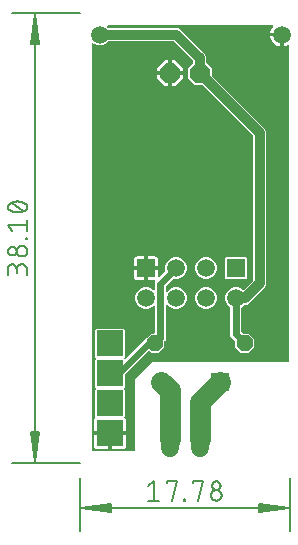
<source format=gbr>
G04 EAGLE Gerber RS-274X export*
G75*
%MOMM*%
%FSLAX34Y34*%
%LPD*%
%INTop Copper*%
%IPPOS*%
%AMOC8*
5,1,8,0,0,1.08239X$1,22.5*%
G01*
%ADD10C,0.130000*%
%ADD11C,0.152400*%
%ADD12R,1.508000X1.508000*%
%ADD13C,1.508000*%
%ADD14P,1.429621X8X22.500000*%
%ADD15R,2.184400X2.184400*%
%ADD16P,1.814519X8X202.500000*%
%ADD17C,1.524000*%
%ADD18C,0.609600*%
%ADD19C,0.812800*%
%ADD20C,1.778000*%

G36*
X45740Y10164D02*
X45740Y10164D01*
X45759Y10162D01*
X45861Y10184D01*
X45963Y10200D01*
X45980Y10210D01*
X46000Y10214D01*
X46089Y10267D01*
X46180Y10316D01*
X46194Y10330D01*
X46211Y10340D01*
X46278Y10419D01*
X46350Y10494D01*
X46358Y10512D01*
X46371Y10527D01*
X46410Y10623D01*
X46453Y10717D01*
X46455Y10737D01*
X46463Y10755D01*
X46481Y10922D01*
X46481Y70805D01*
X61275Y85599D01*
X176278Y85599D01*
X176298Y85602D01*
X176317Y85600D01*
X176419Y85622D01*
X176521Y85639D01*
X176538Y85648D01*
X176558Y85652D01*
X176647Y85705D01*
X176738Y85754D01*
X176752Y85768D01*
X176769Y85778D01*
X176836Y85857D01*
X176908Y85932D01*
X176916Y85950D01*
X176929Y85965D01*
X176968Y86061D01*
X177011Y86155D01*
X177013Y86175D01*
X177021Y86193D01*
X177039Y86360D01*
X177039Y353431D01*
X177027Y353506D01*
X177024Y353581D01*
X177007Y353627D01*
X177000Y353674D01*
X176964Y353741D01*
X176937Y353812D01*
X176907Y353849D01*
X176884Y353891D01*
X176830Y353943D01*
X176782Y354002D01*
X176741Y354028D01*
X176706Y354061D01*
X176637Y354093D01*
X176573Y354133D01*
X176527Y354144D01*
X176483Y354164D01*
X176408Y354173D01*
X176334Y354190D01*
X176286Y354186D01*
X176239Y354191D01*
X176165Y354175D01*
X176089Y354169D01*
X176029Y354146D01*
X175998Y354139D01*
X175976Y354126D01*
X175932Y354110D01*
X174850Y353558D01*
X173341Y353067D01*
X172503Y352935D01*
X172503Y362138D01*
X172500Y362158D01*
X172502Y362177D01*
X172480Y362279D01*
X172463Y362381D01*
X172454Y362398D01*
X172450Y362418D01*
X172397Y362507D01*
X172348Y362598D01*
X172334Y362612D01*
X172324Y362629D01*
X172245Y362696D01*
X172170Y362767D01*
X172152Y362776D01*
X172137Y362789D01*
X172041Y362827D01*
X171947Y362871D01*
X171927Y362873D01*
X171909Y362881D01*
X171742Y362899D01*
X170979Y362899D01*
X170979Y363662D01*
X170976Y363682D01*
X170978Y363701D01*
X170956Y363803D01*
X170939Y363905D01*
X170930Y363922D01*
X170926Y363942D01*
X170873Y364031D01*
X170824Y364122D01*
X170810Y364136D01*
X170800Y364153D01*
X170721Y364220D01*
X170646Y364291D01*
X170628Y364300D01*
X170613Y364313D01*
X170517Y364352D01*
X170423Y364395D01*
X170403Y364397D01*
X170385Y364405D01*
X170218Y364423D01*
X161015Y364423D01*
X161147Y365261D01*
X161638Y366770D01*
X162358Y368183D01*
X163326Y369516D01*
X163331Y369525D01*
X163355Y369550D01*
X163376Y369597D01*
X163407Y369639D01*
X163428Y369708D01*
X163458Y369773D01*
X163464Y369824D01*
X163479Y369874D01*
X163477Y369946D01*
X163485Y370017D01*
X163474Y370068D01*
X163473Y370120D01*
X163448Y370187D01*
X163433Y370258D01*
X163407Y370302D01*
X163389Y370351D01*
X163344Y370407D01*
X163307Y370469D01*
X163268Y370503D01*
X163235Y370543D01*
X163175Y370582D01*
X163120Y370629D01*
X163072Y370648D01*
X163029Y370676D01*
X162959Y370694D01*
X162892Y370721D01*
X162821Y370729D01*
X162790Y370736D01*
X162767Y370735D01*
X162725Y370739D01*
X23798Y370739D01*
X23727Y370728D01*
X23656Y370726D01*
X23607Y370708D01*
X23555Y370700D01*
X23492Y370666D01*
X23425Y370641D01*
X23384Y370609D01*
X23338Y370584D01*
X23289Y370532D01*
X23233Y370488D01*
X23204Y370444D01*
X23169Y370406D01*
X23138Y370341D01*
X23100Y370281D01*
X23087Y370230D01*
X23065Y370183D01*
X23057Y370112D01*
X23039Y370042D01*
X23044Y369990D01*
X23038Y369939D01*
X23053Y369868D01*
X23059Y369797D01*
X23079Y369749D01*
X23090Y369698D01*
X23127Y369637D01*
X23155Y369571D01*
X23200Y369515D01*
X23216Y369487D01*
X23234Y369472D01*
X23260Y369440D01*
X23988Y368712D01*
X24062Y368659D01*
X24131Y368599D01*
X24161Y368587D01*
X24188Y368568D01*
X24275Y368541D01*
X24359Y368507D01*
X24400Y368503D01*
X24423Y368496D01*
X24455Y368497D01*
X24526Y368489D01*
X82712Y368489D01*
X84766Y367638D01*
X106338Y346066D01*
X107189Y344012D01*
X107189Y338937D01*
X107203Y338847D01*
X107211Y338756D01*
X107223Y338726D01*
X107228Y338694D01*
X107271Y338613D01*
X107307Y338530D01*
X107333Y338497D01*
X107344Y338477D01*
X107367Y338455D01*
X107412Y338399D01*
X111507Y334304D01*
X111507Y328512D01*
X111521Y328422D01*
X111529Y328331D01*
X111541Y328301D01*
X111546Y328269D01*
X111589Y328189D01*
X111625Y328105D01*
X111651Y328073D01*
X111662Y328052D01*
X111685Y328030D01*
X111730Y327974D01*
X155459Y284245D01*
X157138Y282566D01*
X157989Y280512D01*
X157989Y151288D01*
X157138Y149234D01*
X142866Y134962D01*
X140812Y134111D01*
X139626Y134111D01*
X139536Y134097D01*
X139445Y134089D01*
X139415Y134077D01*
X139383Y134072D01*
X139303Y134029D01*
X139219Y133993D01*
X139187Y133967D01*
X139166Y133956D01*
X139144Y133933D01*
X139088Y133888D01*
X137215Y132015D01*
X137123Y131977D01*
X137023Y131915D01*
X136923Y131856D01*
X136919Y131851D01*
X136914Y131848D01*
X136839Y131757D01*
X136763Y131669D01*
X136761Y131663D01*
X136757Y131658D01*
X136715Y131550D01*
X136671Y131441D01*
X136670Y131433D01*
X136669Y131428D01*
X136668Y131410D01*
X136653Y131274D01*
X136653Y111429D01*
X136667Y111340D01*
X136675Y111248D01*
X136687Y111219D01*
X136692Y111187D01*
X136735Y111106D01*
X136771Y111022D01*
X136797Y110990D01*
X136808Y110969D01*
X136831Y110947D01*
X136851Y110922D01*
X136855Y110916D01*
X136858Y110913D01*
X136876Y110891D01*
X137815Y109952D01*
X137889Y109899D01*
X137959Y109839D01*
X137989Y109827D01*
X138015Y109808D01*
X138102Y109781D01*
X138187Y109747D01*
X138228Y109743D01*
X138250Y109736D01*
X138282Y109737D01*
X138353Y109729D01*
X143067Y109729D01*
X147829Y104967D01*
X147829Y98233D01*
X143067Y93471D01*
X136333Y93471D01*
X131571Y98233D01*
X131571Y102947D01*
X131557Y103037D01*
X131549Y103128D01*
X131537Y103157D01*
X131532Y103189D01*
X131489Y103270D01*
X131453Y103354D01*
X131427Y103386D01*
X131416Y103407D01*
X131393Y103429D01*
X131348Y103485D01*
X130409Y104424D01*
X127507Y107326D01*
X127507Y131274D01*
X127488Y131389D01*
X127471Y131505D01*
X127469Y131510D01*
X127468Y131517D01*
X127413Y131619D01*
X127360Y131724D01*
X127355Y131728D01*
X127352Y131734D01*
X127268Y131814D01*
X127184Y131896D01*
X127178Y131900D01*
X127174Y131903D01*
X127157Y131911D01*
X127037Y131977D01*
X126945Y132015D01*
X124395Y134565D01*
X123015Y137897D01*
X123015Y141503D01*
X124395Y144835D01*
X126945Y147385D01*
X130277Y148765D01*
X133883Y148765D01*
X137215Y147385D01*
X137810Y146790D01*
X137826Y146778D01*
X137838Y146763D01*
X137926Y146707D01*
X138009Y146646D01*
X138028Y146640D01*
X138045Y146630D01*
X138146Y146604D01*
X138244Y146574D01*
X138264Y146574D01*
X138284Y146570D01*
X138387Y146578D01*
X138490Y146580D01*
X138509Y146587D01*
X138529Y146589D01*
X138624Y146629D01*
X138721Y146665D01*
X138737Y146677D01*
X138755Y146685D01*
X138886Y146790D01*
X146588Y154492D01*
X146641Y154566D01*
X146701Y154635D01*
X146713Y154666D01*
X146732Y154692D01*
X146759Y154779D01*
X146793Y154864D01*
X146797Y154904D01*
X146804Y154927D01*
X146803Y154959D01*
X146811Y155030D01*
X146811Y276770D01*
X146797Y276860D01*
X146789Y276951D01*
X146777Y276981D01*
X146772Y277012D01*
X146729Y277093D01*
X146693Y277177D01*
X146667Y277209D01*
X146656Y277230D01*
X146633Y277252D01*
X146588Y277308D01*
X103826Y320070D01*
X103752Y320123D01*
X103683Y320183D01*
X103652Y320195D01*
X103626Y320214D01*
X103539Y320241D01*
X103454Y320275D01*
X103414Y320279D01*
X103391Y320286D01*
X103359Y320285D01*
X103288Y320293D01*
X97496Y320293D01*
X91693Y326096D01*
X91693Y334304D01*
X95788Y338399D01*
X95841Y338472D01*
X95901Y338542D01*
X95913Y338572D01*
X95932Y338598D01*
X95959Y338685D01*
X95993Y338770D01*
X95997Y338811D01*
X96004Y338833D01*
X96003Y338866D01*
X96011Y338937D01*
X96011Y340270D01*
X95997Y340360D01*
X95989Y340451D01*
X95977Y340481D01*
X95972Y340512D01*
X95929Y340593D01*
X95893Y340677D01*
X95867Y340709D01*
X95856Y340730D01*
X95833Y340752D01*
X95788Y340808D01*
X79508Y357088D01*
X79434Y357141D01*
X79365Y357201D01*
X79334Y357213D01*
X79308Y357232D01*
X79221Y357259D01*
X79136Y357293D01*
X79096Y357297D01*
X79073Y357304D01*
X79041Y357303D01*
X78970Y357311D01*
X24526Y357311D01*
X24436Y357297D01*
X24345Y357289D01*
X24315Y357277D01*
X24283Y357272D01*
X24203Y357229D01*
X24119Y357193D01*
X24087Y357167D01*
X24066Y357156D01*
X24048Y357137D01*
X24045Y357136D01*
X24039Y357130D01*
X23988Y357088D01*
X22115Y355215D01*
X18783Y353835D01*
X15177Y353835D01*
X11845Y355215D01*
X11460Y355600D01*
X11402Y355642D01*
X11350Y355691D01*
X11303Y355713D01*
X11261Y355744D01*
X11192Y355765D01*
X11127Y355795D01*
X11075Y355801D01*
X11025Y355816D01*
X10954Y355814D01*
X10883Y355822D01*
X10832Y355811D01*
X10780Y355810D01*
X10712Y355785D01*
X10642Y355770D01*
X10597Y355743D01*
X10549Y355725D01*
X10493Y355681D01*
X10431Y355644D01*
X10397Y355604D01*
X10357Y355572D01*
X10318Y355511D01*
X10271Y355457D01*
X10252Y355408D01*
X10224Y355365D01*
X10206Y355295D01*
X10179Y355229D01*
X10171Y355157D01*
X10163Y355126D01*
X10165Y355103D01*
X10161Y355062D01*
X10161Y10922D01*
X10164Y10902D01*
X10162Y10883D01*
X10184Y10781D01*
X10200Y10679D01*
X10210Y10662D01*
X10214Y10642D01*
X10267Y10553D01*
X10316Y10462D01*
X10330Y10448D01*
X10340Y10431D01*
X10419Y10364D01*
X10494Y10292D01*
X10512Y10284D01*
X10527Y10271D01*
X10623Y10232D01*
X10717Y10189D01*
X10737Y10187D01*
X10755Y10179D01*
X10922Y10161D01*
X45720Y10161D01*
X45740Y10164D01*
G37*
%LPC*%
G36*
X25399Y25399D02*
X25399Y25399D01*
X25399Y26162D01*
X25397Y26176D01*
X25398Y26186D01*
X25397Y26192D01*
X25398Y26201D01*
X25376Y26303D01*
X25359Y26405D01*
X25350Y26422D01*
X25346Y26442D01*
X25293Y26531D01*
X25244Y26622D01*
X25230Y26636D01*
X25220Y26653D01*
X25141Y26720D01*
X25066Y26791D01*
X25048Y26800D01*
X25033Y26813D01*
X24937Y26852D01*
X24843Y26895D01*
X24823Y26897D01*
X24805Y26905D01*
X24638Y26923D01*
X11937Y26923D01*
X11937Y36656D01*
X12110Y37303D01*
X12445Y37882D01*
X12843Y38280D01*
X12855Y38296D01*
X12870Y38309D01*
X12926Y38396D01*
X12987Y38480D01*
X12992Y38499D01*
X13003Y38516D01*
X13028Y38616D01*
X13059Y38715D01*
X13058Y38735D01*
X13063Y38754D01*
X13055Y38857D01*
X13053Y38961D01*
X13046Y38980D01*
X13044Y39000D01*
X13004Y39095D01*
X12968Y39192D01*
X12956Y39207D01*
X12953Y39213D01*
X12953Y62354D01*
X13561Y62962D01*
X13573Y62978D01*
X13589Y62990D01*
X13645Y63078D01*
X13705Y63161D01*
X13711Y63180D01*
X13722Y63197D01*
X13747Y63298D01*
X13777Y63397D01*
X13777Y63416D01*
X13782Y63436D01*
X13774Y63539D01*
X13771Y63642D01*
X13764Y63661D01*
X13763Y63681D01*
X13722Y63776D01*
X13687Y63873D01*
X13674Y63889D01*
X13666Y63907D01*
X13561Y64038D01*
X12953Y64646D01*
X12953Y87754D01*
X13561Y88362D01*
X13573Y88378D01*
X13589Y88390D01*
X13645Y88478D01*
X13705Y88561D01*
X13711Y88580D01*
X13722Y88597D01*
X13747Y88698D01*
X13777Y88797D01*
X13777Y88816D01*
X13782Y88836D01*
X13774Y88939D01*
X13771Y89042D01*
X13764Y89061D01*
X13763Y89081D01*
X13722Y89176D01*
X13687Y89273D01*
X13674Y89289D01*
X13666Y89307D01*
X13561Y89438D01*
X12953Y90046D01*
X12953Y113154D01*
X13846Y114047D01*
X36954Y114047D01*
X37847Y113154D01*
X37847Y90046D01*
X37239Y89438D01*
X37227Y89422D01*
X37211Y89410D01*
X37155Y89323D01*
X37095Y89239D01*
X37089Y89220D01*
X37078Y89203D01*
X37053Y89102D01*
X37023Y89003D01*
X37023Y88984D01*
X37018Y88964D01*
X37026Y88861D01*
X37029Y88758D01*
X37036Y88739D01*
X37037Y88719D01*
X37078Y88624D01*
X37113Y88527D01*
X37126Y88511D01*
X37134Y88493D01*
X37239Y88362D01*
X37438Y88162D01*
X37455Y88150D01*
X37467Y88135D01*
X37554Y88079D01*
X37638Y88018D01*
X37657Y88012D01*
X37674Y88002D01*
X37774Y87976D01*
X37873Y87946D01*
X37893Y87946D01*
X37913Y87942D01*
X38016Y87950D01*
X38119Y87952D01*
X38138Y87959D01*
X38158Y87961D01*
X38253Y88001D01*
X38350Y88037D01*
X38366Y88049D01*
X38384Y88057D01*
X38515Y88162D01*
X53624Y103271D01*
X56626Y106272D01*
X56669Y106291D01*
X56701Y106317D01*
X56722Y106328D01*
X56744Y106351D01*
X56800Y106396D01*
X60133Y109729D01*
X62658Y109729D01*
X62678Y109732D01*
X62697Y109730D01*
X62799Y109752D01*
X62901Y109768D01*
X62918Y109778D01*
X62938Y109782D01*
X63027Y109835D01*
X63118Y109884D01*
X63132Y109898D01*
X63149Y109908D01*
X63216Y109987D01*
X63288Y110062D01*
X63296Y110080D01*
X63309Y110095D01*
X63348Y110191D01*
X63391Y110285D01*
X63393Y110305D01*
X63401Y110323D01*
X63419Y110490D01*
X63419Y132582D01*
X63408Y132653D01*
X63406Y132724D01*
X63388Y132773D01*
X63380Y132825D01*
X63346Y132888D01*
X63321Y132955D01*
X63289Y132996D01*
X63264Y133042D01*
X63212Y133091D01*
X63168Y133147D01*
X63124Y133176D01*
X63086Y133211D01*
X63021Y133242D01*
X62961Y133280D01*
X62910Y133293D01*
X62863Y133315D01*
X62792Y133323D01*
X62722Y133341D01*
X62670Y133336D01*
X62619Y133342D01*
X62548Y133327D01*
X62477Y133321D01*
X62429Y133301D01*
X62378Y133290D01*
X62317Y133253D01*
X62251Y133225D01*
X62195Y133180D01*
X62167Y133164D01*
X62152Y133146D01*
X62120Y133120D01*
X61015Y132015D01*
X57683Y130635D01*
X54077Y130635D01*
X50745Y132015D01*
X48195Y134565D01*
X46815Y137897D01*
X46815Y141503D01*
X48195Y144835D01*
X50745Y147385D01*
X54077Y148765D01*
X57683Y148765D01*
X61015Y147385D01*
X62120Y146280D01*
X62178Y146238D01*
X62230Y146189D01*
X62277Y146167D01*
X62319Y146136D01*
X62388Y146115D01*
X62453Y146085D01*
X62505Y146079D01*
X62555Y146064D01*
X62626Y146066D01*
X62697Y146058D01*
X62748Y146069D01*
X62800Y146070D01*
X62868Y146095D01*
X62938Y146110D01*
X62983Y146137D01*
X63031Y146155D01*
X63087Y146200D01*
X63149Y146236D01*
X63183Y146276D01*
X63223Y146308D01*
X63262Y146369D01*
X63309Y146423D01*
X63328Y146471D01*
X63356Y146515D01*
X63374Y146585D01*
X63401Y146651D01*
X63409Y146723D01*
X63417Y146754D01*
X63415Y146777D01*
X63419Y146818D01*
X63419Y153706D01*
X63433Y153720D01*
X63475Y153778D01*
X63524Y153830D01*
X63546Y153877D01*
X63576Y153919D01*
X63598Y153988D01*
X63628Y154053D01*
X63633Y154105D01*
X63649Y154155D01*
X63647Y154226D01*
X63655Y154297D01*
X63644Y154348D01*
X63642Y154400D01*
X63618Y154468D01*
X63603Y154538D01*
X63576Y154583D01*
X63558Y154631D01*
X63513Y154687D01*
X63476Y154749D01*
X63437Y154783D01*
X63404Y154823D01*
X63344Y154862D01*
X63290Y154909D01*
X63241Y154928D01*
X63197Y154956D01*
X63128Y154974D01*
X63061Y155001D01*
X62990Y155009D01*
X62959Y155017D01*
X62936Y155015D01*
X62895Y155019D01*
X57403Y155019D01*
X57403Y163577D01*
X65961Y163577D01*
X65961Y158085D01*
X65972Y158015D01*
X65974Y157943D01*
X65992Y157894D01*
X66000Y157843D01*
X66034Y157779D01*
X66059Y157712D01*
X66091Y157671D01*
X66116Y157625D01*
X66168Y157576D01*
X66212Y157520D01*
X66256Y157492D01*
X66294Y157456D01*
X66359Y157426D01*
X66419Y157387D01*
X66470Y157374D01*
X66517Y157352D01*
X66588Y157344D01*
X66658Y157327D01*
X66710Y157331D01*
X66761Y157325D01*
X66832Y157340D01*
X66903Y157346D01*
X66951Y157366D01*
X67002Y157377D01*
X67063Y157414D01*
X67129Y157442D01*
X67185Y157487D01*
X67213Y157504D01*
X67228Y157521D01*
X67260Y157547D01*
X72088Y162375D01*
X72157Y162470D01*
X72226Y162564D01*
X72228Y162570D01*
X72232Y162575D01*
X72267Y162687D01*
X72303Y162798D01*
X72302Y162804D01*
X72304Y162810D01*
X72301Y162927D01*
X72300Y163044D01*
X72298Y163051D01*
X72298Y163056D01*
X72292Y163073D01*
X72253Y163205D01*
X72215Y163297D01*
X72215Y166903D01*
X73595Y170235D01*
X76145Y172785D01*
X79477Y174165D01*
X83083Y174165D01*
X86415Y172785D01*
X88965Y170235D01*
X90345Y166903D01*
X90345Y163297D01*
X88965Y159965D01*
X86415Y157415D01*
X83083Y156035D01*
X79477Y156035D01*
X79385Y156073D01*
X79272Y156100D01*
X79158Y156129D01*
X79151Y156128D01*
X79145Y156130D01*
X79029Y156119D01*
X78913Y156110D01*
X78907Y156107D01*
X78901Y156106D01*
X78793Y156058D01*
X78686Y156013D01*
X78680Y156009D01*
X78676Y156007D01*
X78662Y155994D01*
X78555Y155908D01*
X72788Y150141D01*
X72735Y150067D01*
X72675Y149997D01*
X72663Y149967D01*
X72644Y149941D01*
X72617Y149854D01*
X72583Y149769D01*
X72579Y149728D01*
X72572Y149706D01*
X72573Y149674D01*
X72565Y149603D01*
X72565Y145642D01*
X72567Y145631D01*
X72566Y145624D01*
X72574Y145587D01*
X72576Y145571D01*
X72578Y145500D01*
X72596Y145451D01*
X72604Y145399D01*
X72638Y145336D01*
X72663Y145269D01*
X72695Y145228D01*
X72720Y145182D01*
X72772Y145133D01*
X72816Y145077D01*
X72860Y145048D01*
X72898Y145013D01*
X72963Y144982D01*
X73023Y144944D01*
X73074Y144931D01*
X73121Y144909D01*
X73192Y144901D01*
X73262Y144883D01*
X73314Y144888D01*
X73365Y144882D01*
X73436Y144897D01*
X73507Y144903D01*
X73555Y144923D01*
X73606Y144934D01*
X73667Y144971D01*
X73733Y144999D01*
X73789Y145044D01*
X73817Y145060D01*
X73832Y145078D01*
X73864Y145104D01*
X76145Y147385D01*
X79477Y148765D01*
X83083Y148765D01*
X86415Y147385D01*
X88965Y144835D01*
X90345Y141503D01*
X90345Y137897D01*
X88965Y134565D01*
X86415Y132015D01*
X83083Y130635D01*
X79477Y130635D01*
X76145Y132015D01*
X73864Y134296D01*
X73806Y134338D01*
X73754Y134387D01*
X73707Y134409D01*
X73665Y134440D01*
X73596Y134461D01*
X73531Y134491D01*
X73479Y134497D01*
X73429Y134512D01*
X73358Y134510D01*
X73287Y134518D01*
X73236Y134507D01*
X73184Y134506D01*
X73116Y134481D01*
X73046Y134466D01*
X73001Y134439D01*
X72953Y134421D01*
X72897Y134376D01*
X72835Y134340D01*
X72801Y134300D01*
X72761Y134268D01*
X72722Y134207D01*
X72675Y134153D01*
X72656Y134105D01*
X72628Y134061D01*
X72610Y133991D01*
X72583Y133925D01*
X72575Y133853D01*
X72567Y133822D01*
X72569Y133799D01*
X72565Y133758D01*
X72565Y104198D01*
X71852Y103485D01*
X71799Y103411D01*
X71739Y103341D01*
X71727Y103311D01*
X71708Y103285D01*
X71681Y103198D01*
X71647Y103113D01*
X71643Y103072D01*
X71636Y103050D01*
X71637Y103018D01*
X71629Y102947D01*
X71629Y98233D01*
X66867Y93471D01*
X60133Y93471D01*
X58984Y94620D01*
X58968Y94632D01*
X58955Y94648D01*
X58868Y94704D01*
X58784Y94764D01*
X58765Y94770D01*
X58748Y94781D01*
X58648Y94806D01*
X58549Y94836D01*
X58529Y94836D01*
X58510Y94841D01*
X58407Y94833D01*
X58303Y94830D01*
X58284Y94823D01*
X58265Y94822D01*
X58170Y94781D01*
X58072Y94746D01*
X58056Y94733D01*
X58038Y94725D01*
X57907Y94620D01*
X38070Y74783D01*
X38017Y74709D01*
X37957Y74639D01*
X37945Y74609D01*
X37926Y74583D01*
X37899Y74496D01*
X37865Y74411D01*
X37861Y74370D01*
X37854Y74348D01*
X37855Y74316D01*
X37847Y74245D01*
X37847Y64646D01*
X37239Y64038D01*
X37227Y64022D01*
X37211Y64010D01*
X37155Y63922D01*
X37095Y63839D01*
X37089Y63820D01*
X37078Y63803D01*
X37053Y63702D01*
X37023Y63603D01*
X37023Y63584D01*
X37018Y63564D01*
X37026Y63461D01*
X37029Y63358D01*
X37036Y63339D01*
X37037Y63319D01*
X37078Y63224D01*
X37113Y63127D01*
X37126Y63111D01*
X37134Y63093D01*
X37239Y62962D01*
X37847Y62354D01*
X37847Y39203D01*
X37813Y39157D01*
X37808Y39138D01*
X37797Y39121D01*
X37772Y39021D01*
X37741Y38922D01*
X37742Y38902D01*
X37737Y38883D01*
X37745Y38780D01*
X37747Y38676D01*
X37754Y38657D01*
X37756Y38637D01*
X37796Y38542D01*
X37832Y38445D01*
X37844Y38429D01*
X37852Y38411D01*
X37957Y38280D01*
X38355Y37882D01*
X38690Y37303D01*
X38863Y36656D01*
X38863Y26923D01*
X26162Y26923D01*
X26142Y26920D01*
X26123Y26922D01*
X26021Y26900D01*
X25919Y26883D01*
X25902Y26874D01*
X25882Y26870D01*
X25793Y26817D01*
X25702Y26768D01*
X25688Y26754D01*
X25671Y26744D01*
X25604Y26665D01*
X25533Y26590D01*
X25524Y26572D01*
X25511Y26557D01*
X25473Y26461D01*
X25429Y26367D01*
X25427Y26347D01*
X25419Y26329D01*
X25401Y26162D01*
X25401Y25399D01*
X25399Y25399D01*
G37*
%LPD*%
%LPC*%
G36*
X123908Y156035D02*
X123908Y156035D01*
X123015Y156928D01*
X123015Y173272D01*
X123908Y174165D01*
X140252Y174165D01*
X141145Y173272D01*
X141145Y156928D01*
X140252Y156035D01*
X123908Y156035D01*
G37*
%LPD*%
%LPC*%
G36*
X104877Y130635D02*
X104877Y130635D01*
X101545Y132015D01*
X98995Y134565D01*
X97615Y137897D01*
X97615Y141503D01*
X98995Y144835D01*
X101545Y147385D01*
X104877Y148765D01*
X108483Y148765D01*
X111815Y147385D01*
X114365Y144835D01*
X115745Y141503D01*
X115745Y137897D01*
X114365Y134565D01*
X111815Y132015D01*
X108483Y130635D01*
X104877Y130635D01*
G37*
%LPD*%
%LPC*%
G36*
X104877Y156035D02*
X104877Y156035D01*
X101545Y157415D01*
X98995Y159965D01*
X97615Y163297D01*
X97615Y166903D01*
X98995Y170235D01*
X101545Y172785D01*
X104877Y174165D01*
X108483Y174165D01*
X111815Y172785D01*
X114365Y170235D01*
X115745Y166903D01*
X115745Y163297D01*
X114365Y159965D01*
X111815Y157415D01*
X108483Y156035D01*
X104877Y156035D01*
G37*
%LPD*%
%LPC*%
G36*
X26923Y11937D02*
X26923Y11937D01*
X26923Y23877D01*
X38863Y23877D01*
X38863Y14144D01*
X38690Y13497D01*
X38355Y12918D01*
X37882Y12445D01*
X37303Y12110D01*
X36656Y11937D01*
X26923Y11937D01*
G37*
%LPD*%
%LPC*%
G36*
X14144Y11937D02*
X14144Y11937D01*
X13497Y12110D01*
X12918Y12445D01*
X12445Y12918D01*
X12110Y13497D01*
X11937Y14144D01*
X11937Y23877D01*
X23877Y23877D01*
X23877Y11937D01*
X14144Y11937D01*
G37*
%LPD*%
%LPC*%
G36*
X57403Y166623D02*
X57403Y166623D01*
X57403Y175181D01*
X63754Y175181D01*
X64401Y175008D01*
X64980Y174673D01*
X65453Y174200D01*
X65788Y173621D01*
X65961Y172974D01*
X65961Y166623D01*
X57403Y166623D01*
G37*
%LPD*%
%LPC*%
G36*
X45799Y166623D02*
X45799Y166623D01*
X45799Y172974D01*
X45972Y173621D01*
X46307Y174200D01*
X46780Y174673D01*
X47359Y175008D01*
X48006Y175181D01*
X54357Y175181D01*
X54357Y166623D01*
X45799Y166623D01*
G37*
%LPD*%
%LPC*%
G36*
X48006Y155019D02*
X48006Y155019D01*
X47359Y155192D01*
X46780Y155527D01*
X46307Y156000D01*
X45972Y156579D01*
X45799Y157226D01*
X45799Y163577D01*
X54357Y163577D01*
X54357Y155019D01*
X48006Y155019D01*
G37*
%LPD*%
%LPC*%
G36*
X77723Y331723D02*
X77723Y331723D01*
X77723Y341123D01*
X80724Y341123D01*
X87123Y334724D01*
X87123Y331723D01*
X77723Y331723D01*
G37*
%LPD*%
%LPC*%
G36*
X65277Y331723D02*
X65277Y331723D01*
X65277Y334724D01*
X71676Y341123D01*
X74677Y341123D01*
X74677Y331723D01*
X65277Y331723D01*
G37*
%LPD*%
%LPC*%
G36*
X77723Y319277D02*
X77723Y319277D01*
X77723Y328677D01*
X87123Y328677D01*
X87123Y325676D01*
X80724Y319277D01*
X77723Y319277D01*
G37*
%LPD*%
%LPC*%
G36*
X71676Y319277D02*
X71676Y319277D01*
X65277Y325676D01*
X65277Y328677D01*
X74677Y328677D01*
X74677Y319277D01*
X71676Y319277D01*
G37*
%LPD*%
%LPC*%
G36*
X168619Y353067D02*
X168619Y353067D01*
X167110Y353558D01*
X165697Y354278D01*
X164413Y355211D01*
X163291Y356333D01*
X162358Y357617D01*
X161638Y359030D01*
X161147Y360539D01*
X161015Y361377D01*
X169457Y361377D01*
X169457Y352935D01*
X168619Y353067D01*
G37*
%LPD*%
%LPC*%
G36*
X55879Y165099D02*
X55879Y165099D01*
X55879Y165101D01*
X55881Y165101D01*
X55881Y165099D01*
X55879Y165099D01*
G37*
%LPD*%
%LPC*%
G36*
X76199Y330199D02*
X76199Y330199D01*
X76199Y330201D01*
X76201Y330201D01*
X76201Y330199D01*
X76199Y330199D01*
G37*
%LPD*%
D10*
X0Y-12700D02*
X0Y-57600D01*
X177800Y-57600D02*
X177800Y-12700D01*
X177150Y-38100D02*
X650Y-38100D01*
X26000Y-34908D01*
X26000Y-41292D01*
X650Y-38100D01*
X26000Y-36800D01*
X26000Y-39400D02*
X650Y-38100D01*
X26000Y-35500D01*
X26000Y-40700D02*
X650Y-38100D01*
X151800Y-34908D02*
X177150Y-38100D01*
X151800Y-34908D02*
X151800Y-41292D01*
X177150Y-38100D01*
X151800Y-36800D01*
X151800Y-39400D02*
X177150Y-38100D01*
X151800Y-35500D01*
X151800Y-40700D02*
X177150Y-38100D01*
D11*
X62357Y-15337D02*
X57841Y-18949D01*
X62357Y-15337D02*
X62357Y-31593D01*
X66872Y-31593D02*
X57841Y-31593D01*
X73473Y-17143D02*
X73473Y-15337D01*
X82504Y-15337D01*
X77988Y-31593D01*
X88478Y-31593D02*
X88478Y-30690D01*
X89381Y-30690D01*
X89381Y-31593D01*
X88478Y-31593D01*
X95356Y-17143D02*
X95356Y-15337D01*
X104387Y-15337D01*
X99872Y-31593D01*
X110987Y-27077D02*
X110989Y-26944D01*
X110995Y-26812D01*
X111005Y-26680D01*
X111018Y-26548D01*
X111036Y-26416D01*
X111057Y-26286D01*
X111082Y-26155D01*
X111111Y-26026D01*
X111144Y-25898D01*
X111180Y-25770D01*
X111220Y-25644D01*
X111264Y-25519D01*
X111312Y-25395D01*
X111363Y-25273D01*
X111418Y-25152D01*
X111476Y-25033D01*
X111538Y-24915D01*
X111603Y-24800D01*
X111672Y-24686D01*
X111743Y-24575D01*
X111819Y-24466D01*
X111897Y-24359D01*
X111978Y-24254D01*
X112063Y-24152D01*
X112150Y-24052D01*
X112240Y-23955D01*
X112333Y-23860D01*
X112429Y-23769D01*
X112527Y-23680D01*
X112628Y-23594D01*
X112732Y-23511D01*
X112838Y-23431D01*
X112946Y-23355D01*
X113056Y-23281D01*
X113169Y-23211D01*
X113283Y-23144D01*
X113400Y-23081D01*
X113518Y-23021D01*
X113638Y-22964D01*
X113760Y-22911D01*
X113883Y-22862D01*
X114007Y-22816D01*
X114133Y-22774D01*
X114260Y-22736D01*
X114388Y-22701D01*
X114517Y-22670D01*
X114646Y-22643D01*
X114777Y-22620D01*
X114908Y-22600D01*
X115040Y-22585D01*
X115172Y-22573D01*
X115304Y-22565D01*
X115437Y-22561D01*
X115569Y-22561D01*
X115702Y-22565D01*
X115834Y-22573D01*
X115966Y-22585D01*
X116098Y-22600D01*
X116229Y-22620D01*
X116360Y-22643D01*
X116489Y-22670D01*
X116618Y-22701D01*
X116746Y-22736D01*
X116873Y-22774D01*
X116999Y-22816D01*
X117123Y-22862D01*
X117246Y-22911D01*
X117368Y-22964D01*
X117488Y-23021D01*
X117606Y-23081D01*
X117723Y-23144D01*
X117837Y-23211D01*
X117950Y-23281D01*
X118060Y-23355D01*
X118168Y-23431D01*
X118274Y-23511D01*
X118378Y-23594D01*
X118479Y-23680D01*
X118577Y-23769D01*
X118673Y-23860D01*
X118766Y-23955D01*
X118856Y-24052D01*
X118943Y-24152D01*
X119028Y-24254D01*
X119109Y-24359D01*
X119187Y-24466D01*
X119263Y-24575D01*
X119334Y-24686D01*
X119403Y-24800D01*
X119468Y-24915D01*
X119530Y-25033D01*
X119588Y-25152D01*
X119643Y-25273D01*
X119694Y-25395D01*
X119742Y-25519D01*
X119786Y-25644D01*
X119826Y-25770D01*
X119862Y-25898D01*
X119895Y-26026D01*
X119924Y-26155D01*
X119949Y-26286D01*
X119970Y-26416D01*
X119988Y-26548D01*
X120001Y-26680D01*
X120011Y-26812D01*
X120017Y-26944D01*
X120019Y-27077D01*
X120017Y-27210D01*
X120011Y-27342D01*
X120001Y-27474D01*
X119988Y-27606D01*
X119970Y-27738D01*
X119949Y-27868D01*
X119924Y-27999D01*
X119895Y-28128D01*
X119862Y-28256D01*
X119826Y-28384D01*
X119786Y-28510D01*
X119742Y-28635D01*
X119694Y-28759D01*
X119643Y-28881D01*
X119588Y-29002D01*
X119530Y-29121D01*
X119468Y-29239D01*
X119403Y-29354D01*
X119334Y-29468D01*
X119263Y-29579D01*
X119187Y-29688D01*
X119109Y-29795D01*
X119028Y-29900D01*
X118943Y-30002D01*
X118856Y-30102D01*
X118766Y-30199D01*
X118673Y-30294D01*
X118577Y-30385D01*
X118479Y-30474D01*
X118378Y-30560D01*
X118274Y-30643D01*
X118168Y-30723D01*
X118060Y-30799D01*
X117950Y-30873D01*
X117837Y-30943D01*
X117723Y-31010D01*
X117606Y-31073D01*
X117488Y-31133D01*
X117368Y-31190D01*
X117246Y-31243D01*
X117123Y-31292D01*
X116999Y-31338D01*
X116873Y-31380D01*
X116746Y-31418D01*
X116618Y-31453D01*
X116489Y-31484D01*
X116360Y-31511D01*
X116229Y-31534D01*
X116098Y-31554D01*
X115966Y-31569D01*
X115834Y-31581D01*
X115702Y-31589D01*
X115569Y-31593D01*
X115437Y-31593D01*
X115304Y-31589D01*
X115172Y-31581D01*
X115040Y-31569D01*
X114908Y-31554D01*
X114777Y-31534D01*
X114646Y-31511D01*
X114517Y-31484D01*
X114388Y-31453D01*
X114260Y-31418D01*
X114133Y-31380D01*
X114007Y-31338D01*
X113883Y-31292D01*
X113760Y-31243D01*
X113638Y-31190D01*
X113518Y-31133D01*
X113400Y-31073D01*
X113283Y-31010D01*
X113169Y-30943D01*
X113056Y-30873D01*
X112946Y-30799D01*
X112838Y-30723D01*
X112732Y-30643D01*
X112628Y-30560D01*
X112527Y-30474D01*
X112429Y-30385D01*
X112333Y-30294D01*
X112240Y-30199D01*
X112150Y-30102D01*
X112063Y-30002D01*
X111978Y-29900D01*
X111897Y-29795D01*
X111819Y-29688D01*
X111743Y-29579D01*
X111672Y-29468D01*
X111603Y-29354D01*
X111538Y-29239D01*
X111476Y-29121D01*
X111418Y-29002D01*
X111363Y-28881D01*
X111312Y-28759D01*
X111264Y-28635D01*
X111220Y-28510D01*
X111180Y-28384D01*
X111144Y-28256D01*
X111111Y-28128D01*
X111082Y-27999D01*
X111057Y-27868D01*
X111036Y-27738D01*
X111018Y-27606D01*
X111005Y-27474D01*
X110995Y-27342D01*
X110989Y-27210D01*
X110987Y-27077D01*
X111891Y-18949D02*
X111893Y-18830D01*
X111899Y-18710D01*
X111909Y-18591D01*
X111923Y-18473D01*
X111940Y-18354D01*
X111962Y-18237D01*
X111987Y-18120D01*
X112017Y-18005D01*
X112050Y-17890D01*
X112087Y-17776D01*
X112127Y-17664D01*
X112172Y-17553D01*
X112220Y-17444D01*
X112271Y-17336D01*
X112326Y-17230D01*
X112385Y-17126D01*
X112447Y-17024D01*
X112512Y-16924D01*
X112581Y-16826D01*
X112653Y-16730D01*
X112728Y-16637D01*
X112805Y-16547D01*
X112886Y-16459D01*
X112970Y-16374D01*
X113057Y-16292D01*
X113146Y-16212D01*
X113238Y-16136D01*
X113332Y-16062D01*
X113429Y-15992D01*
X113527Y-15925D01*
X113628Y-15861D01*
X113732Y-15801D01*
X113837Y-15744D01*
X113944Y-15691D01*
X114052Y-15641D01*
X114162Y-15595D01*
X114274Y-15553D01*
X114387Y-15514D01*
X114501Y-15479D01*
X114616Y-15448D01*
X114733Y-15420D01*
X114850Y-15397D01*
X114967Y-15377D01*
X115086Y-15361D01*
X115205Y-15349D01*
X115324Y-15341D01*
X115443Y-15337D01*
X115563Y-15337D01*
X115682Y-15341D01*
X115801Y-15349D01*
X115920Y-15361D01*
X116039Y-15377D01*
X116156Y-15397D01*
X116273Y-15420D01*
X116390Y-15448D01*
X116505Y-15479D01*
X116619Y-15514D01*
X116732Y-15553D01*
X116844Y-15595D01*
X116954Y-15641D01*
X117062Y-15691D01*
X117169Y-15744D01*
X117274Y-15801D01*
X117378Y-15861D01*
X117479Y-15925D01*
X117577Y-15992D01*
X117674Y-16062D01*
X117768Y-16136D01*
X117860Y-16212D01*
X117949Y-16292D01*
X118036Y-16374D01*
X118120Y-16459D01*
X118201Y-16547D01*
X118278Y-16637D01*
X118353Y-16730D01*
X118425Y-16826D01*
X118494Y-16924D01*
X118559Y-17024D01*
X118621Y-17126D01*
X118680Y-17230D01*
X118735Y-17336D01*
X118786Y-17444D01*
X118834Y-17553D01*
X118879Y-17664D01*
X118919Y-17776D01*
X118956Y-17890D01*
X118989Y-18005D01*
X119019Y-18120D01*
X119044Y-18237D01*
X119066Y-18354D01*
X119083Y-18473D01*
X119097Y-18591D01*
X119107Y-18710D01*
X119113Y-18830D01*
X119115Y-18949D01*
X119113Y-19068D01*
X119107Y-19188D01*
X119097Y-19307D01*
X119083Y-19425D01*
X119066Y-19544D01*
X119044Y-19661D01*
X119019Y-19778D01*
X118989Y-19893D01*
X118956Y-20008D01*
X118919Y-20122D01*
X118879Y-20234D01*
X118834Y-20345D01*
X118786Y-20454D01*
X118735Y-20562D01*
X118680Y-20668D01*
X118621Y-20772D01*
X118559Y-20874D01*
X118494Y-20974D01*
X118425Y-21072D01*
X118353Y-21168D01*
X118278Y-21261D01*
X118201Y-21351D01*
X118120Y-21439D01*
X118036Y-21524D01*
X117949Y-21606D01*
X117860Y-21686D01*
X117768Y-21762D01*
X117674Y-21836D01*
X117577Y-21906D01*
X117479Y-21973D01*
X117378Y-22037D01*
X117274Y-22097D01*
X117169Y-22154D01*
X117062Y-22207D01*
X116954Y-22257D01*
X116844Y-22303D01*
X116732Y-22345D01*
X116619Y-22384D01*
X116505Y-22419D01*
X116390Y-22450D01*
X116273Y-22478D01*
X116156Y-22501D01*
X116039Y-22521D01*
X115920Y-22537D01*
X115801Y-22549D01*
X115682Y-22557D01*
X115563Y-22561D01*
X115443Y-22561D01*
X115324Y-22557D01*
X115205Y-22549D01*
X115086Y-22537D01*
X114967Y-22521D01*
X114850Y-22501D01*
X114733Y-22478D01*
X114616Y-22450D01*
X114501Y-22419D01*
X114387Y-22384D01*
X114274Y-22345D01*
X114162Y-22303D01*
X114052Y-22257D01*
X113944Y-22207D01*
X113837Y-22154D01*
X113732Y-22097D01*
X113628Y-22037D01*
X113527Y-21973D01*
X113429Y-21906D01*
X113332Y-21836D01*
X113238Y-21762D01*
X113146Y-21686D01*
X113057Y-21606D01*
X112970Y-21524D01*
X112886Y-21439D01*
X112805Y-21351D01*
X112728Y-21261D01*
X112653Y-21168D01*
X112581Y-21072D01*
X112512Y-20974D01*
X112447Y-20874D01*
X112385Y-20772D01*
X112326Y-20668D01*
X112271Y-20562D01*
X112220Y-20454D01*
X112172Y-20345D01*
X112127Y-20234D01*
X112087Y-20122D01*
X112050Y-20008D01*
X112017Y-19893D01*
X111987Y-19778D01*
X111962Y-19661D01*
X111940Y-19544D01*
X111923Y-19425D01*
X111909Y-19307D01*
X111899Y-19188D01*
X111893Y-19068D01*
X111891Y-18949D01*
D10*
X0Y0D02*
X-57600Y0D01*
X-57600Y381000D02*
X0Y381000D01*
X-38100Y380350D02*
X-38100Y650D01*
X-41292Y26000D01*
X-34908Y26000D01*
X-38100Y650D01*
X-39400Y26000D01*
X-36800Y26000D02*
X-38100Y650D01*
X-40700Y26000D01*
X-35500Y26000D02*
X-38100Y650D01*
X-41292Y355000D02*
X-38100Y380350D01*
X-41292Y355000D02*
X-34908Y355000D01*
X-38100Y380350D01*
X-39400Y355000D01*
X-36800Y355000D02*
X-38100Y380350D01*
X-40700Y355000D01*
X-35500Y355000D02*
X-38100Y380350D01*
D11*
X-44607Y163957D02*
X-44607Y159441D01*
X-44607Y163957D02*
X-44609Y164090D01*
X-44615Y164222D01*
X-44625Y164354D01*
X-44638Y164486D01*
X-44656Y164618D01*
X-44677Y164748D01*
X-44702Y164879D01*
X-44731Y165008D01*
X-44764Y165136D01*
X-44800Y165264D01*
X-44840Y165390D01*
X-44884Y165515D01*
X-44932Y165639D01*
X-44983Y165761D01*
X-45038Y165882D01*
X-45096Y166001D01*
X-45158Y166119D01*
X-45223Y166234D01*
X-45292Y166348D01*
X-45363Y166459D01*
X-45439Y166568D01*
X-45517Y166675D01*
X-45598Y166780D01*
X-45683Y166882D01*
X-45770Y166982D01*
X-45860Y167079D01*
X-45953Y167174D01*
X-46049Y167265D01*
X-46147Y167354D01*
X-46248Y167440D01*
X-46352Y167523D01*
X-46458Y167603D01*
X-46566Y167679D01*
X-46676Y167753D01*
X-46789Y167823D01*
X-46903Y167890D01*
X-47020Y167953D01*
X-47138Y168013D01*
X-47258Y168070D01*
X-47380Y168123D01*
X-47503Y168172D01*
X-47627Y168218D01*
X-47753Y168260D01*
X-47880Y168298D01*
X-48008Y168333D01*
X-48137Y168364D01*
X-48266Y168391D01*
X-48397Y168414D01*
X-48528Y168434D01*
X-48660Y168449D01*
X-48792Y168461D01*
X-48924Y168469D01*
X-49057Y168473D01*
X-49189Y168473D01*
X-49322Y168469D01*
X-49454Y168461D01*
X-49586Y168449D01*
X-49718Y168434D01*
X-49849Y168414D01*
X-49980Y168391D01*
X-50109Y168364D01*
X-50238Y168333D01*
X-50366Y168298D01*
X-50493Y168260D01*
X-50619Y168218D01*
X-50743Y168172D01*
X-50866Y168123D01*
X-50988Y168070D01*
X-51108Y168013D01*
X-51226Y167953D01*
X-51343Y167890D01*
X-51457Y167823D01*
X-51570Y167753D01*
X-51680Y167679D01*
X-51788Y167603D01*
X-51894Y167523D01*
X-51998Y167440D01*
X-52099Y167354D01*
X-52197Y167265D01*
X-52293Y167174D01*
X-52386Y167079D01*
X-52476Y166982D01*
X-52563Y166882D01*
X-52648Y166780D01*
X-52729Y166675D01*
X-52807Y166568D01*
X-52883Y166459D01*
X-52954Y166348D01*
X-53023Y166234D01*
X-53088Y166119D01*
X-53150Y166001D01*
X-53208Y165882D01*
X-53263Y165761D01*
X-53314Y165639D01*
X-53362Y165515D01*
X-53406Y165390D01*
X-53446Y165264D01*
X-53482Y165136D01*
X-53515Y165008D01*
X-53544Y164879D01*
X-53569Y164748D01*
X-53590Y164618D01*
X-53608Y164486D01*
X-53621Y164354D01*
X-53631Y164222D01*
X-53637Y164090D01*
X-53639Y163957D01*
X-60863Y164860D02*
X-60863Y159441D01*
X-60863Y164860D02*
X-60861Y164979D01*
X-60855Y165099D01*
X-60845Y165218D01*
X-60831Y165336D01*
X-60814Y165455D01*
X-60792Y165572D01*
X-60767Y165689D01*
X-60737Y165804D01*
X-60704Y165919D01*
X-60667Y166033D01*
X-60627Y166145D01*
X-60582Y166256D01*
X-60534Y166365D01*
X-60483Y166473D01*
X-60428Y166579D01*
X-60369Y166683D01*
X-60307Y166785D01*
X-60242Y166885D01*
X-60173Y166983D01*
X-60101Y167079D01*
X-60026Y167172D01*
X-59949Y167262D01*
X-59868Y167350D01*
X-59784Y167435D01*
X-59697Y167517D01*
X-59608Y167597D01*
X-59516Y167673D01*
X-59422Y167747D01*
X-59325Y167817D01*
X-59227Y167884D01*
X-59126Y167948D01*
X-59022Y168008D01*
X-58917Y168065D01*
X-58810Y168118D01*
X-58702Y168168D01*
X-58592Y168214D01*
X-58480Y168256D01*
X-58367Y168295D01*
X-58253Y168330D01*
X-58138Y168361D01*
X-58021Y168389D01*
X-57904Y168412D01*
X-57787Y168432D01*
X-57668Y168448D01*
X-57549Y168460D01*
X-57430Y168468D01*
X-57311Y168472D01*
X-57191Y168472D01*
X-57072Y168468D01*
X-56953Y168460D01*
X-56834Y168448D01*
X-56715Y168432D01*
X-56598Y168412D01*
X-56481Y168389D01*
X-56364Y168361D01*
X-56249Y168330D01*
X-56135Y168295D01*
X-56022Y168256D01*
X-55910Y168214D01*
X-55800Y168168D01*
X-55692Y168118D01*
X-55585Y168065D01*
X-55480Y168008D01*
X-55376Y167948D01*
X-55275Y167884D01*
X-55177Y167817D01*
X-55080Y167747D01*
X-54986Y167673D01*
X-54894Y167597D01*
X-54805Y167517D01*
X-54718Y167435D01*
X-54634Y167350D01*
X-54553Y167262D01*
X-54476Y167172D01*
X-54401Y167079D01*
X-54329Y166983D01*
X-54260Y166885D01*
X-54195Y166785D01*
X-54133Y166683D01*
X-54074Y166579D01*
X-54019Y166473D01*
X-53968Y166365D01*
X-53920Y166256D01*
X-53875Y166145D01*
X-53835Y166033D01*
X-53798Y165919D01*
X-53765Y165804D01*
X-53735Y165689D01*
X-53710Y165572D01*
X-53688Y165455D01*
X-53671Y165336D01*
X-53657Y165218D01*
X-53647Y165099D01*
X-53641Y164979D01*
X-53639Y164860D01*
X-53638Y164860D02*
X-53638Y161248D01*
X-49123Y175072D02*
X-49256Y175074D01*
X-49388Y175080D01*
X-49520Y175090D01*
X-49652Y175103D01*
X-49784Y175121D01*
X-49914Y175142D01*
X-50045Y175167D01*
X-50174Y175196D01*
X-50302Y175229D01*
X-50430Y175265D01*
X-50556Y175305D01*
X-50681Y175349D01*
X-50805Y175397D01*
X-50927Y175448D01*
X-51048Y175503D01*
X-51167Y175561D01*
X-51285Y175623D01*
X-51400Y175688D01*
X-51514Y175757D01*
X-51625Y175828D01*
X-51734Y175904D01*
X-51841Y175982D01*
X-51946Y176063D01*
X-52048Y176148D01*
X-52148Y176235D01*
X-52245Y176325D01*
X-52340Y176418D01*
X-52431Y176514D01*
X-52520Y176612D01*
X-52606Y176713D01*
X-52689Y176817D01*
X-52769Y176923D01*
X-52845Y177031D01*
X-52919Y177141D01*
X-52989Y177254D01*
X-53056Y177368D01*
X-53119Y177485D01*
X-53179Y177603D01*
X-53236Y177723D01*
X-53289Y177845D01*
X-53338Y177968D01*
X-53384Y178092D01*
X-53426Y178218D01*
X-53464Y178345D01*
X-53499Y178473D01*
X-53530Y178602D01*
X-53557Y178731D01*
X-53580Y178862D01*
X-53600Y178993D01*
X-53615Y179125D01*
X-53627Y179257D01*
X-53635Y179389D01*
X-53639Y179522D01*
X-53639Y179654D01*
X-53635Y179787D01*
X-53627Y179919D01*
X-53615Y180051D01*
X-53600Y180183D01*
X-53580Y180314D01*
X-53557Y180445D01*
X-53530Y180574D01*
X-53499Y180703D01*
X-53464Y180831D01*
X-53426Y180958D01*
X-53384Y181084D01*
X-53338Y181208D01*
X-53289Y181331D01*
X-53236Y181453D01*
X-53179Y181573D01*
X-53119Y181691D01*
X-53056Y181808D01*
X-52989Y181922D01*
X-52919Y182035D01*
X-52845Y182145D01*
X-52769Y182253D01*
X-52689Y182359D01*
X-52606Y182463D01*
X-52520Y182564D01*
X-52431Y182662D01*
X-52340Y182758D01*
X-52245Y182851D01*
X-52148Y182941D01*
X-52048Y183028D01*
X-51946Y183113D01*
X-51841Y183194D01*
X-51734Y183272D01*
X-51625Y183348D01*
X-51514Y183419D01*
X-51400Y183488D01*
X-51285Y183553D01*
X-51167Y183615D01*
X-51048Y183673D01*
X-50927Y183728D01*
X-50805Y183779D01*
X-50681Y183827D01*
X-50556Y183871D01*
X-50430Y183911D01*
X-50302Y183947D01*
X-50174Y183980D01*
X-50045Y184009D01*
X-49914Y184034D01*
X-49784Y184055D01*
X-49652Y184073D01*
X-49520Y184086D01*
X-49388Y184096D01*
X-49256Y184102D01*
X-49123Y184104D01*
X-48990Y184102D01*
X-48858Y184096D01*
X-48726Y184086D01*
X-48594Y184073D01*
X-48462Y184055D01*
X-48332Y184034D01*
X-48201Y184009D01*
X-48072Y183980D01*
X-47944Y183947D01*
X-47816Y183911D01*
X-47690Y183871D01*
X-47565Y183827D01*
X-47441Y183779D01*
X-47319Y183728D01*
X-47198Y183673D01*
X-47079Y183615D01*
X-46961Y183553D01*
X-46846Y183488D01*
X-46732Y183419D01*
X-46621Y183348D01*
X-46512Y183272D01*
X-46405Y183194D01*
X-46300Y183113D01*
X-46198Y183028D01*
X-46098Y182941D01*
X-46001Y182851D01*
X-45906Y182758D01*
X-45815Y182662D01*
X-45726Y182564D01*
X-45640Y182463D01*
X-45557Y182359D01*
X-45477Y182253D01*
X-45401Y182145D01*
X-45327Y182035D01*
X-45257Y181922D01*
X-45190Y181808D01*
X-45127Y181691D01*
X-45067Y181573D01*
X-45010Y181453D01*
X-44957Y181331D01*
X-44908Y181208D01*
X-44862Y181084D01*
X-44820Y180958D01*
X-44782Y180831D01*
X-44747Y180703D01*
X-44716Y180574D01*
X-44689Y180445D01*
X-44666Y180314D01*
X-44646Y180183D01*
X-44631Y180051D01*
X-44619Y179919D01*
X-44611Y179787D01*
X-44607Y179654D01*
X-44607Y179522D01*
X-44611Y179389D01*
X-44619Y179257D01*
X-44631Y179125D01*
X-44646Y178993D01*
X-44666Y178862D01*
X-44689Y178731D01*
X-44716Y178602D01*
X-44747Y178473D01*
X-44782Y178345D01*
X-44820Y178218D01*
X-44862Y178092D01*
X-44908Y177968D01*
X-44957Y177845D01*
X-45010Y177723D01*
X-45067Y177603D01*
X-45127Y177485D01*
X-45190Y177368D01*
X-45257Y177254D01*
X-45327Y177141D01*
X-45401Y177031D01*
X-45477Y176923D01*
X-45557Y176817D01*
X-45640Y176713D01*
X-45726Y176612D01*
X-45815Y176514D01*
X-45906Y176418D01*
X-46001Y176325D01*
X-46098Y176235D01*
X-46198Y176148D01*
X-46300Y176063D01*
X-46405Y175982D01*
X-46512Y175904D01*
X-46621Y175828D01*
X-46732Y175757D01*
X-46846Y175688D01*
X-46961Y175623D01*
X-47079Y175561D01*
X-47198Y175503D01*
X-47319Y175448D01*
X-47441Y175397D01*
X-47565Y175349D01*
X-47690Y175305D01*
X-47816Y175265D01*
X-47944Y175229D01*
X-48072Y175196D01*
X-48201Y175167D01*
X-48332Y175142D01*
X-48462Y175121D01*
X-48594Y175103D01*
X-48726Y175090D01*
X-48858Y175080D01*
X-48990Y175074D01*
X-49123Y175072D01*
X-57251Y175976D02*
X-57370Y175978D01*
X-57490Y175984D01*
X-57609Y175994D01*
X-57727Y176008D01*
X-57846Y176025D01*
X-57963Y176047D01*
X-58080Y176072D01*
X-58195Y176102D01*
X-58310Y176135D01*
X-58424Y176172D01*
X-58536Y176212D01*
X-58647Y176257D01*
X-58756Y176305D01*
X-58864Y176356D01*
X-58970Y176411D01*
X-59074Y176470D01*
X-59176Y176532D01*
X-59276Y176597D01*
X-59374Y176666D01*
X-59470Y176738D01*
X-59563Y176813D01*
X-59653Y176890D01*
X-59741Y176971D01*
X-59826Y177055D01*
X-59908Y177142D01*
X-59988Y177231D01*
X-60064Y177323D01*
X-60138Y177417D01*
X-60208Y177514D01*
X-60275Y177612D01*
X-60339Y177713D01*
X-60399Y177817D01*
X-60456Y177922D01*
X-60509Y178029D01*
X-60559Y178137D01*
X-60605Y178247D01*
X-60647Y178359D01*
X-60686Y178472D01*
X-60721Y178586D01*
X-60752Y178701D01*
X-60780Y178818D01*
X-60803Y178935D01*
X-60823Y179052D01*
X-60839Y179171D01*
X-60851Y179290D01*
X-60859Y179409D01*
X-60863Y179528D01*
X-60863Y179648D01*
X-60859Y179767D01*
X-60851Y179886D01*
X-60839Y180005D01*
X-60823Y180124D01*
X-60803Y180241D01*
X-60780Y180358D01*
X-60752Y180475D01*
X-60721Y180590D01*
X-60686Y180704D01*
X-60647Y180817D01*
X-60605Y180929D01*
X-60559Y181039D01*
X-60509Y181147D01*
X-60456Y181254D01*
X-60399Y181359D01*
X-60339Y181463D01*
X-60275Y181564D01*
X-60208Y181662D01*
X-60138Y181759D01*
X-60064Y181853D01*
X-59988Y181945D01*
X-59908Y182034D01*
X-59826Y182121D01*
X-59741Y182205D01*
X-59653Y182286D01*
X-59563Y182363D01*
X-59470Y182438D01*
X-59374Y182510D01*
X-59276Y182579D01*
X-59176Y182644D01*
X-59074Y182706D01*
X-58970Y182765D01*
X-58864Y182820D01*
X-58756Y182871D01*
X-58647Y182919D01*
X-58536Y182964D01*
X-58424Y183004D01*
X-58310Y183041D01*
X-58195Y183074D01*
X-58080Y183104D01*
X-57963Y183129D01*
X-57846Y183151D01*
X-57727Y183168D01*
X-57609Y183182D01*
X-57490Y183192D01*
X-57370Y183198D01*
X-57251Y183200D01*
X-57132Y183198D01*
X-57012Y183192D01*
X-56893Y183182D01*
X-56775Y183168D01*
X-56656Y183151D01*
X-56539Y183129D01*
X-56422Y183104D01*
X-56307Y183074D01*
X-56192Y183041D01*
X-56078Y183004D01*
X-55966Y182964D01*
X-55855Y182919D01*
X-55746Y182871D01*
X-55638Y182820D01*
X-55532Y182765D01*
X-55428Y182706D01*
X-55326Y182644D01*
X-55226Y182579D01*
X-55128Y182510D01*
X-55032Y182438D01*
X-54939Y182363D01*
X-54849Y182286D01*
X-54761Y182205D01*
X-54676Y182121D01*
X-54594Y182034D01*
X-54514Y181945D01*
X-54438Y181853D01*
X-54364Y181759D01*
X-54294Y181662D01*
X-54227Y181564D01*
X-54163Y181463D01*
X-54103Y181359D01*
X-54046Y181254D01*
X-53993Y181147D01*
X-53943Y181039D01*
X-53897Y180929D01*
X-53855Y180817D01*
X-53816Y180704D01*
X-53781Y180590D01*
X-53750Y180475D01*
X-53722Y180358D01*
X-53699Y180241D01*
X-53679Y180124D01*
X-53663Y180005D01*
X-53651Y179886D01*
X-53643Y179767D01*
X-53639Y179648D01*
X-53639Y179528D01*
X-53643Y179409D01*
X-53651Y179290D01*
X-53663Y179171D01*
X-53679Y179052D01*
X-53699Y178935D01*
X-53722Y178818D01*
X-53750Y178701D01*
X-53781Y178586D01*
X-53816Y178472D01*
X-53855Y178359D01*
X-53897Y178247D01*
X-53943Y178137D01*
X-53993Y178029D01*
X-54046Y177922D01*
X-54103Y177817D01*
X-54163Y177713D01*
X-54227Y177612D01*
X-54294Y177514D01*
X-54364Y177417D01*
X-54438Y177323D01*
X-54514Y177231D01*
X-54594Y177142D01*
X-54676Y177055D01*
X-54761Y176971D01*
X-54849Y176890D01*
X-54939Y176813D01*
X-55032Y176738D01*
X-55128Y176666D01*
X-55226Y176597D01*
X-55326Y176532D01*
X-55428Y176470D01*
X-55532Y176411D01*
X-55638Y176356D01*
X-55746Y176305D01*
X-55855Y176257D01*
X-55966Y176212D01*
X-56078Y176172D01*
X-56192Y176135D01*
X-56307Y176102D01*
X-56422Y176072D01*
X-56539Y176047D01*
X-56656Y176025D01*
X-56775Y176008D01*
X-56893Y175994D01*
X-57012Y175984D01*
X-57132Y175978D01*
X-57251Y175976D01*
X-45510Y190078D02*
X-44607Y190078D01*
X-45510Y190078D02*
X-45510Y190981D01*
X-44607Y190981D01*
X-44607Y190078D01*
X-57251Y196956D02*
X-60863Y201472D01*
X-44607Y201472D01*
X-44607Y205987D02*
X-44607Y196956D01*
X-52735Y212588D02*
X-53055Y212592D01*
X-53374Y212603D01*
X-53694Y212622D01*
X-54012Y212649D01*
X-54330Y212683D01*
X-54647Y212725D01*
X-54963Y212775D01*
X-55278Y212832D01*
X-55591Y212896D01*
X-55903Y212968D01*
X-56213Y213047D01*
X-56520Y213134D01*
X-56826Y213228D01*
X-57129Y213329D01*
X-57430Y213438D01*
X-57728Y213553D01*
X-58024Y213676D01*
X-58316Y213806D01*
X-58605Y213943D01*
X-58606Y213942D02*
X-58714Y213981D01*
X-58821Y214024D01*
X-58926Y214070D01*
X-59030Y214121D01*
X-59132Y214174D01*
X-59232Y214231D01*
X-59330Y214292D01*
X-59425Y214356D01*
X-59519Y214423D01*
X-59610Y214494D01*
X-59699Y214567D01*
X-59785Y214644D01*
X-59868Y214723D01*
X-59949Y214805D01*
X-60027Y214890D01*
X-60101Y214978D01*
X-60173Y215068D01*
X-60241Y215160D01*
X-60307Y215255D01*
X-60369Y215352D01*
X-60427Y215451D01*
X-60483Y215553D01*
X-60534Y215655D01*
X-60582Y215760D01*
X-60627Y215866D01*
X-60668Y215974D01*
X-60705Y216083D01*
X-60738Y216193D01*
X-60767Y216305D01*
X-60793Y216417D01*
X-60815Y216530D01*
X-60832Y216644D01*
X-60846Y216758D01*
X-60856Y216873D01*
X-60862Y216988D01*
X-60864Y217103D01*
X-60863Y217103D02*
X-60861Y217218D01*
X-60855Y217333D01*
X-60845Y217448D01*
X-60831Y217562D01*
X-60814Y217676D01*
X-60792Y217789D01*
X-60766Y217901D01*
X-60737Y218013D01*
X-60704Y218123D01*
X-60667Y218232D01*
X-60626Y218340D01*
X-60581Y218446D01*
X-60533Y218551D01*
X-60482Y218653D01*
X-60426Y218754D01*
X-60368Y218854D01*
X-60306Y218951D01*
X-60241Y219045D01*
X-60172Y219138D01*
X-60100Y219228D01*
X-60026Y219316D01*
X-59948Y219401D01*
X-59867Y219483D01*
X-59784Y219562D01*
X-59698Y219639D01*
X-59609Y219712D01*
X-59518Y219783D01*
X-59424Y219850D01*
X-59329Y219914D01*
X-59231Y219975D01*
X-59131Y220032D01*
X-59029Y220085D01*
X-58925Y220136D01*
X-58820Y220182D01*
X-58713Y220225D01*
X-58605Y220264D01*
X-58605Y220263D02*
X-58316Y220400D01*
X-58024Y220530D01*
X-57728Y220653D01*
X-57430Y220768D01*
X-57129Y220877D01*
X-56826Y220978D01*
X-56520Y221072D01*
X-56213Y221159D01*
X-55903Y221238D01*
X-55591Y221310D01*
X-55278Y221374D01*
X-54963Y221431D01*
X-54647Y221481D01*
X-54330Y221523D01*
X-54012Y221557D01*
X-53694Y221584D01*
X-53374Y221603D01*
X-53055Y221614D01*
X-52735Y221618D01*
X-52735Y212588D02*
X-52415Y212592D01*
X-52096Y212603D01*
X-51776Y212622D01*
X-51458Y212649D01*
X-51140Y212683D01*
X-50823Y212725D01*
X-50507Y212775D01*
X-50192Y212832D01*
X-49879Y212896D01*
X-49567Y212968D01*
X-49257Y213047D01*
X-48950Y213134D01*
X-48644Y213228D01*
X-48341Y213329D01*
X-48040Y213438D01*
X-47742Y213553D01*
X-47446Y213676D01*
X-47154Y213806D01*
X-46865Y213943D01*
X-46865Y213942D02*
X-46757Y213981D01*
X-46650Y214024D01*
X-46545Y214070D01*
X-46441Y214121D01*
X-46339Y214174D01*
X-46239Y214231D01*
X-46141Y214292D01*
X-46046Y214356D01*
X-45952Y214423D01*
X-45861Y214494D01*
X-45772Y214567D01*
X-45686Y214644D01*
X-45603Y214723D01*
X-45522Y214805D01*
X-45444Y214890D01*
X-45370Y214978D01*
X-45298Y215068D01*
X-45229Y215161D01*
X-45164Y215255D01*
X-45102Y215352D01*
X-45044Y215452D01*
X-44988Y215553D01*
X-44937Y215655D01*
X-44889Y215760D01*
X-44844Y215866D01*
X-44803Y215974D01*
X-44766Y216083D01*
X-44733Y216193D01*
X-44704Y216305D01*
X-44678Y216417D01*
X-44656Y216530D01*
X-44639Y216644D01*
X-44625Y216758D01*
X-44615Y216873D01*
X-44609Y216988D01*
X-44607Y217103D01*
X-46865Y220263D02*
X-47154Y220400D01*
X-47446Y220530D01*
X-47742Y220653D01*
X-48040Y220768D01*
X-48341Y220877D01*
X-48644Y220978D01*
X-48950Y221072D01*
X-49257Y221159D01*
X-49567Y221238D01*
X-49879Y221310D01*
X-50192Y221374D01*
X-50507Y221431D01*
X-50823Y221481D01*
X-51140Y221523D01*
X-51458Y221557D01*
X-51776Y221584D01*
X-52096Y221603D01*
X-52415Y221614D01*
X-52735Y221618D01*
X-46865Y220264D02*
X-46757Y220225D01*
X-46650Y220182D01*
X-46545Y220136D01*
X-46441Y220085D01*
X-46339Y220032D01*
X-46239Y219975D01*
X-46141Y219914D01*
X-46046Y219850D01*
X-45952Y219783D01*
X-45861Y219712D01*
X-45772Y219639D01*
X-45686Y219562D01*
X-45603Y219483D01*
X-45522Y219401D01*
X-45444Y219316D01*
X-45370Y219228D01*
X-45298Y219138D01*
X-45229Y219045D01*
X-45164Y218951D01*
X-45102Y218854D01*
X-45044Y218754D01*
X-44988Y218653D01*
X-44937Y218550D01*
X-44889Y218446D01*
X-44844Y218340D01*
X-44803Y218232D01*
X-44766Y218123D01*
X-44733Y218013D01*
X-44704Y217901D01*
X-44678Y217789D01*
X-44656Y217676D01*
X-44639Y217562D01*
X-44625Y217448D01*
X-44615Y217333D01*
X-44609Y217218D01*
X-44607Y217103D01*
X-48219Y213491D02*
X-57251Y220715D01*
D12*
X118980Y68900D03*
D13*
X68980Y68900D03*
X170980Y362900D03*
X16980Y362900D03*
D14*
X63500Y101600D03*
X139700Y101600D03*
D12*
X55880Y165100D03*
D13*
X81280Y165100D03*
X106680Y165100D03*
X106680Y139700D03*
X81280Y139700D03*
X55880Y139700D03*
X132080Y139700D03*
D12*
X132080Y165100D03*
D15*
X25400Y101600D03*
X25400Y76200D03*
X25400Y50800D03*
X25400Y25400D03*
D16*
X101600Y330200D03*
X76200Y330200D03*
D17*
X76200Y27940D02*
X76200Y12700D01*
X101600Y12700D02*
X101600Y27940D01*
D18*
X139700Y101600D02*
X132080Y109220D01*
X132080Y139700D01*
D19*
X81600Y362900D02*
X16980Y362900D01*
X81600Y362900D02*
X101600Y342900D01*
X101600Y330200D01*
X152400Y279400D01*
X152400Y152400D01*
X139700Y139700D01*
X132080Y139700D01*
D18*
X33020Y76200D02*
X25400Y76200D01*
X33020Y76200D02*
X58420Y101600D01*
X63500Y101600D01*
X67992Y106092D01*
X67992Y151812D01*
X81280Y165100D01*
D20*
X118980Y68900D02*
X101600Y51520D01*
X101600Y20320D01*
X76200Y61680D02*
X68980Y68900D01*
X76200Y61680D02*
X76200Y20320D01*
M02*

</source>
